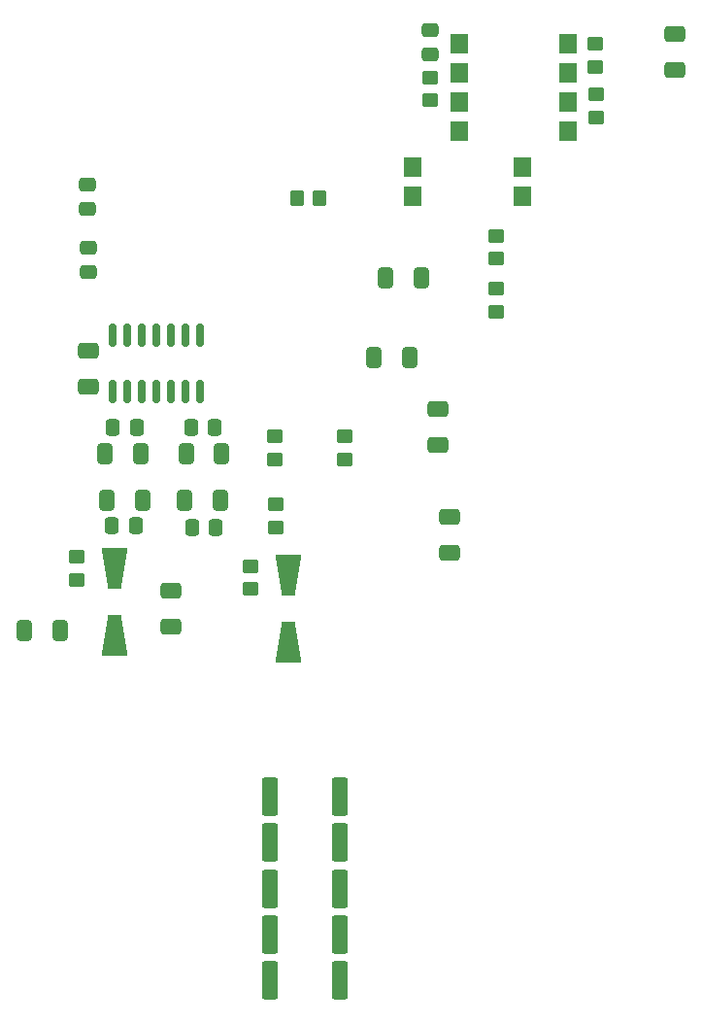
<source format=gbr>
%TF.GenerationSoftware,KiCad,Pcbnew,7.0.9*%
%TF.CreationDate,2024-06-05T16:20:13+05:30*%
%TF.ProjectId,BMS_Master,424d535f-4d61-4737-9465-722e6b696361,rev?*%
%TF.SameCoordinates,Original*%
%TF.FileFunction,Paste,Bot*%
%TF.FilePolarity,Positive*%
%FSLAX46Y46*%
G04 Gerber Fmt 4.6, Leading zero omitted, Abs format (unit mm)*
G04 Created by KiCad (PCBNEW 7.0.9) date 2024-06-05 16:20:13*
%MOMM*%
%LPD*%
G01*
G04 APERTURE LIST*
G04 Aperture macros list*
%AMRoundRect*
0 Rectangle with rounded corners*
0 $1 Rounding radius*
0 $2 $3 $4 $5 $6 $7 $8 $9 X,Y pos of 4 corners*
0 Add a 4 corners polygon primitive as box body*
4,1,4,$2,$3,$4,$5,$6,$7,$8,$9,$2,$3,0*
0 Add four circle primitives for the rounded corners*
1,1,$1+$1,$2,$3*
1,1,$1+$1,$4,$5*
1,1,$1+$1,$6,$7*
1,1,$1+$1,$8,$9*
0 Add four rect primitives between the rounded corners*
20,1,$1+$1,$2,$3,$4,$5,0*
20,1,$1+$1,$4,$5,$6,$7,0*
20,1,$1+$1,$6,$7,$8,$9,0*
20,1,$1+$1,$8,$9,$2,$3,0*%
%AMOutline4P*
0 Free polygon, 4 corners , with rotation*
0 The origin of the aperture is its center*
0 number of corners: always 4*
0 $1 to $8 corner X, Y*
0 $9 Rotation angle, in degrees counterclockwise*
0 create outline with 4 corners*
4,1,4,$1,$2,$3,$4,$5,$6,$7,$8,$1,$2,$9*%
G04 Aperture macros list end*
%ADD10R,1.500000X1.780000*%
%ADD11RoundRect,0.250000X0.350000X0.450000X-0.350000X0.450000X-0.350000X-0.450000X0.350000X-0.450000X0*%
%ADD12RoundRect,0.250000X-0.650000X0.412500X-0.650000X-0.412500X0.650000X-0.412500X0.650000X0.412500X0*%
%ADD13RoundRect,0.250000X0.475000X-0.337500X0.475000X0.337500X-0.475000X0.337500X-0.475000X-0.337500X0*%
%ADD14R,1.520000X1.780000*%
%ADD15R,1.520000X1.750000*%
%ADD16RoundRect,0.250000X0.450000X-0.350000X0.450000X0.350000X-0.450000X0.350000X-0.450000X-0.350000X0*%
%ADD17RoundRect,0.249999X-0.450001X-1.425001X0.450001X-1.425001X0.450001X1.425001X-0.450001X1.425001X0*%
%ADD18RoundRect,0.250000X-0.412500X-0.650000X0.412500X-0.650000X0.412500X0.650000X-0.412500X0.650000X0*%
%ADD19RoundRect,0.250000X-0.450000X0.350000X-0.450000X-0.350000X0.450000X-0.350000X0.450000X0.350000X0*%
%ADD20RoundRect,0.250000X-0.475000X0.337500X-0.475000X-0.337500X0.475000X-0.337500X0.475000X0.337500X0*%
%ADD21RoundRect,0.150000X-0.150000X0.825000X-0.150000X-0.825000X0.150000X-0.825000X0.150000X0.825000X0*%
%ADD22Outline4P,-1.800000X-1.150000X1.800000X-0.550000X1.800000X0.550000X-1.800000X1.150000X270.000000*%
%ADD23Outline4P,-1.800000X-1.150000X1.800000X-0.550000X1.800000X0.550000X-1.800000X1.150000X90.000000*%
%ADD24RoundRect,0.250000X0.650000X-0.412500X0.650000X0.412500X-0.650000X0.412500X-0.650000X-0.412500X0*%
%ADD25RoundRect,0.250000X0.337500X0.475000X-0.337500X0.475000X-0.337500X-0.475000X0.337500X-0.475000X0*%
%ADD26RoundRect,0.250000X0.412500X0.650000X-0.412500X0.650000X-0.412500X-0.650000X0.412500X-0.650000X0*%
G04 APERTURE END LIST*
D10*
%TO.C,U16*%
X223835000Y-73470000D03*
X223835000Y-70930000D03*
X233365000Y-70930000D03*
X233365000Y-73470000D03*
%TD*%
D11*
%TO.C,R37*%
X215700000Y-73600000D03*
X213700000Y-73600000D03*
%TD*%
D12*
%TO.C,C35*%
X246700000Y-62462500D03*
X246700000Y-59337500D03*
%TD*%
D13*
%TO.C,C33*%
X225300000Y-61100000D03*
X225300000Y-59025000D03*
%TD*%
D14*
%TO.C,U14*%
X237360000Y-60190000D03*
D15*
X237360000Y-62730000D03*
D14*
X237360000Y-65270000D03*
X237360000Y-67810000D03*
X227840000Y-67810000D03*
X227840000Y-65270000D03*
X227840000Y-62730000D03*
X227840000Y-60190000D03*
%TD*%
D16*
%TO.C,R35*%
X239800000Y-66600000D03*
X239800000Y-64600000D03*
%TD*%
%TO.C,R34*%
X225300000Y-65100000D03*
X225300000Y-63100000D03*
%TD*%
%TO.C,R32*%
X239700000Y-62200000D03*
X239700000Y-60200000D03*
%TD*%
D12*
%TO.C,C20*%
X195500000Y-86937500D03*
X195500000Y-90062500D03*
%TD*%
D17*
%TO.C,R3*%
X211350000Y-133800000D03*
X217450000Y-133800000D03*
%TD*%
D18*
%TO.C,C16*%
X196937500Y-95900000D03*
X200062500Y-95900000D03*
%TD*%
D17*
%TO.C,R4*%
X211350000Y-129740000D03*
X217450000Y-129740000D03*
%TD*%
D16*
%TO.C,R28*%
X217900000Y-96400000D03*
X217900000Y-94400000D03*
%TD*%
D17*
%TO.C,R1*%
X211350000Y-141800000D03*
X217450000Y-141800000D03*
%TD*%
D18*
%TO.C,C12*%
X197137500Y-100000000D03*
X200262500Y-100000000D03*
%TD*%
D19*
%TO.C,R25*%
X194500000Y-104900000D03*
X194500000Y-106900000D03*
%TD*%
D17*
%TO.C,R2*%
X211350000Y-137800000D03*
X217450000Y-137800000D03*
%TD*%
D20*
%TO.C,C25*%
X195500000Y-77962500D03*
X195500000Y-80037500D03*
%TD*%
D21*
%TO.C,U11*%
X197650000Y-85550000D03*
X198920000Y-85550000D03*
X200190000Y-85550000D03*
X201460000Y-85550000D03*
X202730000Y-85550000D03*
X204000000Y-85550000D03*
X205270000Y-85550000D03*
X205270000Y-90500000D03*
X204000000Y-90500000D03*
X202730000Y-90500000D03*
X201460000Y-90500000D03*
X200190000Y-90500000D03*
X198920000Y-90500000D03*
X197650000Y-90500000D03*
%TD*%
D22*
%TO.C,D2*%
X197800000Y-105900000D03*
D23*
X197800000Y-111700000D03*
%TD*%
D12*
%TO.C,C1*%
X226000000Y-91977500D03*
X226000000Y-95102500D03*
%TD*%
D19*
%TO.C,R26*%
X209700000Y-105700000D03*
X209700000Y-107700000D03*
%TD*%
D18*
%TO.C,C3*%
X220437500Y-87540000D03*
X223562500Y-87540000D03*
%TD*%
D24*
%TO.C,C2*%
X227000000Y-104540000D03*
X227000000Y-101415000D03*
%TD*%
D12*
%TO.C,C11*%
X202700000Y-107875000D03*
X202700000Y-111000000D03*
%TD*%
D19*
%TO.C,R30*%
X231100000Y-76900000D03*
X231100000Y-78900000D03*
%TD*%
D25*
%TO.C,C13*%
X199637500Y-102200000D03*
X197562500Y-102200000D03*
%TD*%
D26*
%TO.C,C7*%
X193062500Y-111300000D03*
X189937500Y-111300000D03*
%TD*%
D16*
%TO.C,R27*%
X211800000Y-96400000D03*
X211800000Y-94400000D03*
%TD*%
D19*
%TO.C,R31*%
X231100000Y-81500000D03*
X231100000Y-83500000D03*
%TD*%
D25*
%TO.C,C19*%
X199737500Y-93600000D03*
X197662500Y-93600000D03*
%TD*%
%TO.C,C18*%
X206537500Y-93600000D03*
X204462500Y-93600000D03*
%TD*%
D18*
%TO.C,C17*%
X204037500Y-95900000D03*
X207162500Y-95900000D03*
%TD*%
D25*
%TO.C,C10*%
X206637500Y-102300000D03*
X204562500Y-102300000D03*
%TD*%
D13*
%TO.C,C28*%
X195400000Y-74537500D03*
X195400000Y-72462500D03*
%TD*%
D18*
%TO.C,C9*%
X203937500Y-100000000D03*
X207062500Y-100000000D03*
%TD*%
D16*
%TO.C,R20*%
X211900000Y-102300000D03*
X211900000Y-100300000D03*
%TD*%
D22*
%TO.C,D1*%
X213000000Y-106500000D03*
D23*
X213000000Y-112300000D03*
%TD*%
D18*
%TO.C,C4*%
X221437500Y-80540000D03*
X224562500Y-80540000D03*
%TD*%
D17*
%TO.C,R5*%
X211350000Y-125800000D03*
X217450000Y-125800000D03*
%TD*%
M02*

</source>
